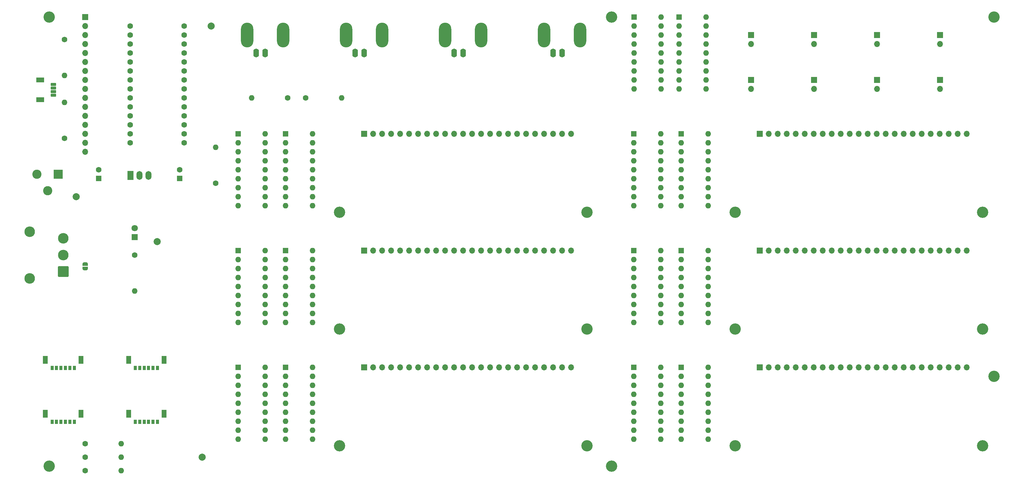
<source format=gbr>
%TF.GenerationSoftware,KiCad,Pcbnew,8.0.7*%
%TF.CreationDate,2024-12-20T12:02:52-05:00*%
%TF.ProjectId,HMS Olfactometer,484d5320-4f6c-4666-9163-746f6d657465,rev?*%
%TF.SameCoordinates,Original*%
%TF.FileFunction,Soldermask,Top*%
%TF.FilePolarity,Negative*%
%FSLAX46Y46*%
G04 Gerber Fmt 4.6, Leading zero omitted, Abs format (unit mm)*
G04 Created by KiCad (PCBNEW 8.0.7) date 2024-12-20 12:02:52*
%MOMM*%
%LPD*%
G01*
G04 APERTURE LIST*
G04 Aperture macros list*
%AMRoundRect*
0 Rectangle with rounded corners*
0 $1 Rounding radius*
0 $2 $3 $4 $5 $6 $7 $8 $9 X,Y pos of 4 corners*
0 Add a 4 corners polygon primitive as box body*
4,1,4,$2,$3,$4,$5,$6,$7,$8,$9,$2,$3,0*
0 Add four circle primitives for the rounded corners*
1,1,$1+$1,$2,$3*
1,1,$1+$1,$4,$5*
1,1,$1+$1,$6,$7*
1,1,$1+$1,$8,$9*
0 Add four rect primitives between the rounded corners*
20,1,$1+$1,$2,$3,$4,$5,0*
20,1,$1+$1,$4,$5,$6,$7,0*
20,1,$1+$1,$6,$7,$8,$9,0*
20,1,$1+$1,$8,$9,$2,$3,0*%
%AMFreePoly0*
4,1,19,0.500000,-0.750000,0.000000,-0.750000,0.000000,-0.744911,-0.071157,-0.744911,-0.207708,-0.704816,-0.327430,-0.627875,-0.420627,-0.520320,-0.479746,-0.390866,-0.500000,-0.250000,-0.500000,0.250000,-0.479746,0.390866,-0.420627,0.520320,-0.327430,0.627875,-0.207708,0.704816,-0.071157,0.744911,0.000000,0.744911,0.000000,0.750000,0.500000,0.750000,0.500000,-0.750000,0.500000,-0.750000,
$1*%
%AMFreePoly1*
4,1,19,0.000000,0.744911,0.071157,0.744911,0.207708,0.704816,0.327430,0.627875,0.420627,0.520320,0.479746,0.390866,0.500000,0.250000,0.500000,-0.250000,0.479746,-0.390866,0.420627,-0.520320,0.327430,-0.627875,0.207708,-0.704816,0.071157,-0.744911,0.000000,-0.744911,0.000000,-0.750000,-0.500000,-0.750000,-0.500000,0.750000,0.000000,0.750000,0.000000,0.744911,0.000000,0.744911,
$1*%
G04 Aperture macros list end*
%ADD10R,1.600000X1.600000*%
%ADD11O,1.600000X1.600000*%
%ADD12R,1.700000X1.700000*%
%ADD13O,1.700000X1.700000*%
%ADD14C,3.200000*%
%ADD15C,1.600000*%
%ADD16R,0.838200X1.295400*%
%ADD17R,1.397000X2.260600*%
%ADD18C,2.000000*%
%ADD19R,2.600000X2.600000*%
%ADD20C,2.600000*%
%ADD21O,1.600000X2.500000*%
%ADD22O,3.500000X7.000000*%
%ADD23FreePoly0,90.000000*%
%ADD24FreePoly1,90.000000*%
%ADD25R,1.800000X1.800000*%
%ADD26C,1.800000*%
%ADD27R,1.700000X2.500000*%
%ADD28O,1.700000X2.500000*%
%ADD29RoundRect,0.102000X1.387500X-1.387500X1.387500X1.387500X-1.387500X1.387500X-1.387500X-1.387500X0*%
%ADD30C,2.979000*%
%ADD31RoundRect,0.101600X-0.674370X0.299720X-0.674370X-0.299720X0.674370X-0.299720X0.674370X0.299720X0*%
%ADD32RoundRect,0.101600X-0.999490X0.599440X-0.999490X-0.599440X0.999490X-0.599440X0.999490X0.599440X0*%
G04 APERTURE END LIST*
D10*
%TO.C,U8*%
X104775000Y-104140000D03*
D11*
X104775000Y-106680000D03*
X104775000Y-109220000D03*
X104775000Y-111760000D03*
X104775000Y-114300000D03*
X104775000Y-116840000D03*
X104775000Y-119380000D03*
X104775000Y-121920000D03*
X104775000Y-124460000D03*
X112395000Y-124460000D03*
X112395000Y-121920000D03*
X112395000Y-119380000D03*
X112395000Y-116840000D03*
X112395000Y-114300000D03*
X112395000Y-111760000D03*
X112395000Y-109220000D03*
X112395000Y-106680000D03*
X112395000Y-104140000D03*
%TD*%
D12*
%TO.C,J8*%
X254000000Y-43180000D03*
D13*
X254000000Y-45720000D03*
%TD*%
D12*
%TO.C,J5*%
X238689000Y-104140000D03*
D13*
X241229000Y-104140000D03*
X243769000Y-104140000D03*
X246309000Y-104140000D03*
X248849000Y-104140000D03*
X251389000Y-104140000D03*
X253929000Y-104140000D03*
X256469000Y-104140000D03*
X259009000Y-104140000D03*
X261549000Y-104140000D03*
X264089000Y-104140000D03*
X266629000Y-104140000D03*
X269169000Y-104140000D03*
X271709000Y-104140000D03*
X274249000Y-104140000D03*
X276789000Y-104140000D03*
X279329000Y-104140000D03*
X281869000Y-104140000D03*
X284409000Y-104140000D03*
X286949000Y-104140000D03*
X289489000Y-104140000D03*
X292029000Y-104140000D03*
X294569000Y-104140000D03*
X297109000Y-104140000D03*
%TD*%
D14*
%TO.C,H10*%
X189865000Y-126365000D03*
%TD*%
D15*
%TO.C,R4*%
X62230000Y-105410000D03*
D11*
X62230000Y-115570000D03*
%TD*%
D15*
%TO.C,R3*%
X48260000Y-166370000D03*
D11*
X58420000Y-166370000D03*
%TD*%
D10*
%TO.C,U14*%
X215900000Y-38100000D03*
D11*
X215900000Y-40640000D03*
X215900000Y-43180000D03*
X215900000Y-45720000D03*
X215900000Y-48260000D03*
X215900000Y-50800000D03*
X215900000Y-53340000D03*
X215900000Y-55880000D03*
X215900000Y-58420000D03*
X223520000Y-58420000D03*
X223520000Y-55880000D03*
X223520000Y-53340000D03*
X223520000Y-50800000D03*
X223520000Y-48260000D03*
X223520000Y-45720000D03*
X223520000Y-43180000D03*
X223520000Y-40640000D03*
X223520000Y-38100000D03*
%TD*%
D16*
%TO.C,J19*%
X62384999Y-152604599D03*
X63634999Y-152604599D03*
X64884999Y-152604599D03*
X66134999Y-152604599D03*
X67384999Y-152604599D03*
X68634999Y-152604599D03*
D17*
X60484998Y-150309600D03*
X70535000Y-150309600D03*
%TD*%
D14*
%TO.C,H4*%
X120015000Y-126365000D03*
%TD*%
D12*
%TO.C,J12*%
X254000000Y-55880000D03*
D13*
X254000000Y-58420000D03*
%TD*%
D14*
%TO.C,H12*%
X189865000Y-93345000D03*
%TD*%
D10*
%TO.C,U10*%
X216464000Y-104140000D03*
D11*
X216464000Y-106680000D03*
X216464000Y-109220000D03*
X216464000Y-111760000D03*
X216464000Y-114300000D03*
X216464000Y-116840000D03*
X216464000Y-119380000D03*
X216464000Y-121920000D03*
X216464000Y-124460000D03*
X224084000Y-124460000D03*
X224084000Y-121920000D03*
X224084000Y-119380000D03*
X224084000Y-116840000D03*
X224084000Y-114300000D03*
X224084000Y-111760000D03*
X224084000Y-109220000D03*
X224084000Y-106680000D03*
X224084000Y-104140000D03*
%TD*%
D10*
%TO.C,U7*%
X203129000Y-71120000D03*
D11*
X203129000Y-73660000D03*
X203129000Y-76200000D03*
X203129000Y-78740000D03*
X203129000Y-81280000D03*
X203129000Y-83820000D03*
X203129000Y-86360000D03*
X203129000Y-88900000D03*
X203129000Y-91440000D03*
X210749000Y-91440000D03*
X210749000Y-88900000D03*
X210749000Y-86360000D03*
X210749000Y-83820000D03*
X210749000Y-81280000D03*
X210749000Y-78740000D03*
X210749000Y-76200000D03*
X210749000Y-73660000D03*
X210749000Y-71120000D03*
%TD*%
D16*
%TO.C,J18*%
X62384999Y-137364599D03*
X63634999Y-137364599D03*
X64884999Y-137364599D03*
X66134999Y-137364599D03*
X67384999Y-137364599D03*
X68634999Y-137364599D03*
D17*
X60484998Y-135069600D03*
X70535000Y-135069600D03*
%TD*%
D14*
%TO.C,H18*%
X196850000Y-38100000D03*
%TD*%
D15*
%TO.C,U1*%
X60960000Y-40640000D03*
X60960000Y-43180000D03*
X60960000Y-45720000D03*
X60960000Y-48260000D03*
X60960000Y-50800000D03*
X60960000Y-53340000D03*
X60960000Y-55880000D03*
X60960000Y-58420000D03*
X60960000Y-60960000D03*
X60960000Y-63500000D03*
X60960000Y-66040000D03*
X60960000Y-68580000D03*
X60960000Y-71120000D03*
X60960000Y-73660000D03*
X76200000Y-73660000D03*
X76200000Y-71120000D03*
X76200000Y-68580000D03*
X76200000Y-66040000D03*
X76200000Y-63500000D03*
X76200000Y-60960000D03*
X76200000Y-58420000D03*
X76200000Y-55880000D03*
X76200000Y-53340000D03*
X76200000Y-50800000D03*
X76200000Y-48260000D03*
X76200000Y-45720000D03*
X76200000Y-43180000D03*
X76200000Y-40640000D03*
%TD*%
D18*
%TO.C,TP4*%
X83820000Y-40640000D03*
%TD*%
D14*
%TO.C,H16*%
X304800000Y-139700000D03*
%TD*%
D19*
%TO.C,J15*%
X40640000Y-82550000D03*
D20*
X34640000Y-82550000D03*
X37640000Y-87250000D03*
%TD*%
D10*
%TO.C,C1*%
X52070000Y-83780000D03*
D15*
X52070000Y-81280000D03*
%TD*%
D21*
%TO.C,J22*%
X154940000Y-48260000D03*
D22*
X149860000Y-43180000D03*
D21*
X152400000Y-48260000D03*
D22*
X160020000Y-43180000D03*
%TD*%
D15*
%TO.C,R2*%
X48260000Y-162560000D03*
D11*
X58420000Y-162560000D03*
%TD*%
D23*
%TO.C,JP1*%
X48260000Y-109220000D03*
D24*
X48260000Y-107920000D03*
%TD*%
D10*
%TO.C,U9*%
X91440000Y-104140000D03*
D11*
X91440000Y-106680000D03*
X91440000Y-109220000D03*
X91440000Y-111760000D03*
X91440000Y-114300000D03*
X91440000Y-116840000D03*
X91440000Y-119380000D03*
X91440000Y-121920000D03*
X91440000Y-124460000D03*
X99060000Y-124460000D03*
X99060000Y-121920000D03*
X99060000Y-119380000D03*
X99060000Y-116840000D03*
X99060000Y-114300000D03*
X99060000Y-111760000D03*
X99060000Y-109220000D03*
X99060000Y-106680000D03*
X99060000Y-104140000D03*
%TD*%
D15*
%TO.C,R16*%
X110490000Y-60960000D03*
D11*
X120650000Y-60960000D03*
%TD*%
D12*
%TO.C,J13*%
X271780000Y-55880000D03*
D13*
X271780000Y-58420000D03*
%TD*%
D12*
%TO.C,J9*%
X271780000Y-43180000D03*
D13*
X271780000Y-45720000D03*
%TD*%
D25*
%TO.C,D1*%
X62230000Y-100330000D03*
D26*
X62230000Y-97790000D03*
%TD*%
D18*
%TO.C,TP2*%
X68580000Y-101600000D03*
%TD*%
D21*
%TO.C,J20*%
X99060000Y-48260000D03*
D22*
X93980000Y-43180000D03*
D21*
X96520000Y-48260000D03*
D22*
X104140000Y-43180000D03*
%TD*%
D14*
%TO.C,H5*%
X231704000Y-126365000D03*
%TD*%
D15*
%TO.C,R7*%
X85090000Y-85090000D03*
D11*
X85090000Y-74930000D03*
%TD*%
D10*
%TO.C,U4*%
X216464000Y-137160000D03*
D11*
X216464000Y-139700000D03*
X216464000Y-142240000D03*
X216464000Y-144780000D03*
X216464000Y-147320000D03*
X216464000Y-149860000D03*
X216464000Y-152400000D03*
X216464000Y-154940000D03*
X216464000Y-157480000D03*
X224084000Y-157480000D03*
X224084000Y-154940000D03*
X224084000Y-152400000D03*
X224084000Y-149860000D03*
X224084000Y-147320000D03*
X224084000Y-144780000D03*
X224084000Y-142240000D03*
X224084000Y-139700000D03*
X224084000Y-137160000D03*
%TD*%
D12*
%TO.C,J4*%
X127000000Y-104140000D03*
D13*
X129540000Y-104140000D03*
X132080000Y-104140000D03*
X134620000Y-104140000D03*
X137160000Y-104140000D03*
X139700000Y-104140000D03*
X142240000Y-104140000D03*
X144780000Y-104140000D03*
X147320000Y-104140000D03*
X149860000Y-104140000D03*
X152400000Y-104140000D03*
X154940000Y-104140000D03*
X157480000Y-104140000D03*
X160020000Y-104140000D03*
X162560000Y-104140000D03*
X165100000Y-104140000D03*
X167640000Y-104140000D03*
X170180000Y-104140000D03*
X172720000Y-104140000D03*
X175260000Y-104140000D03*
X177800000Y-104140000D03*
X180340000Y-104140000D03*
X182880000Y-104140000D03*
X185420000Y-104140000D03*
%TD*%
D27*
%TO.C,U16*%
X61002500Y-82882500D03*
D28*
X63542500Y-82882500D03*
X66082500Y-82882500D03*
%TD*%
D12*
%TO.C,J2*%
X238689000Y-137160000D03*
D13*
X241229000Y-137160000D03*
X243769000Y-137160000D03*
X246309000Y-137160000D03*
X248849000Y-137160000D03*
X251389000Y-137160000D03*
X253929000Y-137160000D03*
X256469000Y-137160000D03*
X259009000Y-137160000D03*
X261549000Y-137160000D03*
X264089000Y-137160000D03*
X266629000Y-137160000D03*
X269169000Y-137160000D03*
X271709000Y-137160000D03*
X274249000Y-137160000D03*
X276789000Y-137160000D03*
X279329000Y-137160000D03*
X281869000Y-137160000D03*
X284409000Y-137160000D03*
X286949000Y-137160000D03*
X289489000Y-137160000D03*
X292029000Y-137160000D03*
X294569000Y-137160000D03*
X297109000Y-137160000D03*
%TD*%
D29*
%TO.C,SW1*%
X42103000Y-110110000D03*
D30*
X42103000Y-105410000D03*
X42103000Y-100710000D03*
X32573000Y-112015000D03*
X32573000Y-98805000D03*
%TD*%
D12*
%TO.C,J11*%
X236220000Y-55880000D03*
D13*
X236220000Y-58420000D03*
%TD*%
D10*
%TO.C,U13*%
X91440000Y-71120000D03*
D11*
X91440000Y-73660000D03*
X91440000Y-76200000D03*
X91440000Y-78740000D03*
X91440000Y-81280000D03*
X91440000Y-83820000D03*
X91440000Y-86360000D03*
X91440000Y-88900000D03*
X91440000Y-91440000D03*
X99060000Y-91440000D03*
X99060000Y-88900000D03*
X99060000Y-86360000D03*
X99060000Y-83820000D03*
X99060000Y-81280000D03*
X99060000Y-78740000D03*
X99060000Y-76200000D03*
X99060000Y-73660000D03*
X99060000Y-71120000D03*
%TD*%
D14*
%TO.C,H9*%
X301554000Y-93345000D03*
%TD*%
%TO.C,H7*%
X189865000Y-159385000D03*
%TD*%
D10*
%TO.C,U2*%
X104775000Y-137160000D03*
D11*
X104775000Y-139700000D03*
X104775000Y-142240000D03*
X104775000Y-144780000D03*
X104775000Y-147320000D03*
X104775000Y-149860000D03*
X104775000Y-152400000D03*
X104775000Y-154940000D03*
X104775000Y-157480000D03*
X112395000Y-157480000D03*
X112395000Y-154940000D03*
X112395000Y-152400000D03*
X112395000Y-149860000D03*
X112395000Y-147320000D03*
X112395000Y-144780000D03*
X112395000Y-142240000D03*
X112395000Y-139700000D03*
X112395000Y-137160000D03*
%TD*%
D31*
%TO.C,J25*%
X39232840Y-57180480D03*
X39232840Y-58181240D03*
X39232840Y-59176920D03*
X39232840Y-60177680D03*
D32*
X35560000Y-61478160D03*
X35560000Y-55880000D03*
%TD*%
D10*
%TO.C,U15*%
X203200000Y-38100000D03*
D11*
X203200000Y-40640000D03*
X203200000Y-43180000D03*
X203200000Y-45720000D03*
X203200000Y-48260000D03*
X203200000Y-50800000D03*
X203200000Y-53340000D03*
X203200000Y-55880000D03*
X203200000Y-58420000D03*
X210820000Y-58420000D03*
X210820000Y-55880000D03*
X210820000Y-53340000D03*
X210820000Y-50800000D03*
X210820000Y-48260000D03*
X210820000Y-45720000D03*
X210820000Y-43180000D03*
X210820000Y-40640000D03*
X210820000Y-38100000D03*
%TD*%
D18*
%TO.C,TP3*%
X81280000Y-162560000D03*
%TD*%
D14*
%TO.C,H8*%
X301554000Y-159385000D03*
%TD*%
D15*
%TO.C,R1*%
X48260000Y-158750000D03*
D11*
X58420000Y-158750000D03*
%TD*%
D10*
%TO.C,U11*%
X203129000Y-104140000D03*
D11*
X203129000Y-106680000D03*
X203129000Y-109220000D03*
X203129000Y-111760000D03*
X203129000Y-114300000D03*
X203129000Y-116840000D03*
X203129000Y-119380000D03*
X203129000Y-121920000D03*
X203129000Y-124460000D03*
X210749000Y-124460000D03*
X210749000Y-121920000D03*
X210749000Y-119380000D03*
X210749000Y-116840000D03*
X210749000Y-114300000D03*
X210749000Y-111760000D03*
X210749000Y-109220000D03*
X210749000Y-106680000D03*
X210749000Y-104140000D03*
%TD*%
D12*
%TO.C,J10*%
X289560000Y-43180000D03*
D13*
X289560000Y-45720000D03*
%TD*%
D10*
%TO.C,U5*%
X203129000Y-137160000D03*
D11*
X203129000Y-139700000D03*
X203129000Y-142240000D03*
X203129000Y-144780000D03*
X203129000Y-147320000D03*
X203129000Y-149860000D03*
X203129000Y-152400000D03*
X203129000Y-154940000D03*
X203129000Y-157480000D03*
X210749000Y-157480000D03*
X210749000Y-154940000D03*
X210749000Y-152400000D03*
X210749000Y-149860000D03*
X210749000Y-147320000D03*
X210749000Y-144780000D03*
X210749000Y-142240000D03*
X210749000Y-139700000D03*
X210749000Y-137160000D03*
%TD*%
D15*
%TO.C,R5*%
X42418000Y-44450000D03*
D11*
X42418000Y-54610000D03*
%TD*%
D10*
%TO.C,U3*%
X91440000Y-137160000D03*
D11*
X91440000Y-139700000D03*
X91440000Y-142240000D03*
X91440000Y-144780000D03*
X91440000Y-147320000D03*
X91440000Y-149860000D03*
X91440000Y-152400000D03*
X91440000Y-154940000D03*
X91440000Y-157480000D03*
X99060000Y-157480000D03*
X99060000Y-154940000D03*
X99060000Y-152400000D03*
X99060000Y-149860000D03*
X99060000Y-147320000D03*
X99060000Y-144780000D03*
X99060000Y-142240000D03*
X99060000Y-139700000D03*
X99060000Y-137160000D03*
%TD*%
D10*
%TO.C,U12*%
X104775000Y-71120000D03*
D11*
X104775000Y-73660000D03*
X104775000Y-76200000D03*
X104775000Y-78740000D03*
X104775000Y-81280000D03*
X104775000Y-83820000D03*
X104775000Y-86360000D03*
X104775000Y-88900000D03*
X104775000Y-91440000D03*
X112395000Y-91440000D03*
X112395000Y-88900000D03*
X112395000Y-86360000D03*
X112395000Y-83820000D03*
X112395000Y-81280000D03*
X112395000Y-78740000D03*
X112395000Y-76200000D03*
X112395000Y-73660000D03*
X112395000Y-71120000D03*
%TD*%
D12*
%TO.C,J6*%
X127000000Y-71120000D03*
D13*
X129540000Y-71120000D03*
X132080000Y-71120000D03*
X134620000Y-71120000D03*
X137160000Y-71120000D03*
X139700000Y-71120000D03*
X142240000Y-71120000D03*
X144780000Y-71120000D03*
X147320000Y-71120000D03*
X149860000Y-71120000D03*
X152400000Y-71120000D03*
X154940000Y-71120000D03*
X157480000Y-71120000D03*
X160020000Y-71120000D03*
X162560000Y-71120000D03*
X165100000Y-71120000D03*
X167640000Y-71120000D03*
X170180000Y-71120000D03*
X172720000Y-71120000D03*
X175260000Y-71120000D03*
X177800000Y-71120000D03*
X180340000Y-71120000D03*
X182880000Y-71120000D03*
X185420000Y-71120000D03*
%TD*%
D12*
%TO.C,J14*%
X289560000Y-55880000D03*
D13*
X289560000Y-58420000D03*
%TD*%
D21*
%TO.C,J21*%
X127000000Y-48260000D03*
D22*
X121920000Y-43180000D03*
D21*
X124460000Y-48260000D03*
D22*
X132080000Y-43180000D03*
%TD*%
D14*
%TO.C,H3*%
X231704000Y-93345000D03*
%TD*%
%TO.C,H14*%
X38100000Y-165100000D03*
%TD*%
%TO.C,H13*%
X38100000Y-38100000D03*
%TD*%
D10*
%TO.C,U6*%
X216464000Y-71120000D03*
D11*
X216464000Y-73660000D03*
X216464000Y-76200000D03*
X216464000Y-78740000D03*
X216464000Y-81280000D03*
X216464000Y-83820000D03*
X216464000Y-86360000D03*
X216464000Y-88900000D03*
X216464000Y-91440000D03*
X224084000Y-91440000D03*
X224084000Y-88900000D03*
X224084000Y-86360000D03*
X224084000Y-83820000D03*
X224084000Y-81280000D03*
X224084000Y-78740000D03*
X224084000Y-76200000D03*
X224084000Y-73660000D03*
X224084000Y-71120000D03*
%TD*%
D16*
%TO.C,J16*%
X38907001Y-137364599D03*
X40157001Y-137364599D03*
X41407001Y-137364599D03*
X42657001Y-137364599D03*
X43907001Y-137364599D03*
X45157001Y-137364599D03*
D17*
X37007000Y-135069600D03*
X47057002Y-135069600D03*
%TD*%
D15*
%TO.C,R6*%
X42418000Y-72390000D03*
D11*
X42418000Y-62230000D03*
%TD*%
D12*
%TO.C,J7*%
X236220000Y-43180000D03*
D13*
X236220000Y-45720000D03*
%TD*%
D14*
%TO.C,H2*%
X231704000Y-159385000D03*
%TD*%
D18*
%TO.C,TP1*%
X45720000Y-88900000D03*
%TD*%
D14*
%TO.C,H6*%
X120015000Y-93345000D03*
%TD*%
D12*
%TO.C,J24*%
X48260000Y-38100000D03*
D13*
X48260000Y-40640000D03*
X48260000Y-43180000D03*
X48260000Y-45720000D03*
X48260000Y-48260000D03*
X48260000Y-50800000D03*
X48260000Y-53340000D03*
X48260000Y-55880000D03*
X48260000Y-58420000D03*
X48260000Y-60960000D03*
X48260000Y-63500000D03*
X48260000Y-66040000D03*
X48260000Y-68580000D03*
X48260000Y-71120000D03*
X48260000Y-73660000D03*
X48260000Y-76200000D03*
%TD*%
D12*
%TO.C,J3*%
X238689000Y-71120000D03*
D13*
X241229000Y-71120000D03*
X243769000Y-71120000D03*
X246309000Y-71120000D03*
X248849000Y-71120000D03*
X251389000Y-71120000D03*
X253929000Y-71120000D03*
X256469000Y-71120000D03*
X259009000Y-71120000D03*
X261549000Y-71120000D03*
X264089000Y-71120000D03*
X266629000Y-71120000D03*
X269169000Y-71120000D03*
X271709000Y-71120000D03*
X274249000Y-71120000D03*
X276789000Y-71120000D03*
X279329000Y-71120000D03*
X281869000Y-71120000D03*
X284409000Y-71120000D03*
X286949000Y-71120000D03*
X289489000Y-71120000D03*
X292029000Y-71120000D03*
X294569000Y-71120000D03*
X297109000Y-71120000D03*
%TD*%
D14*
%TO.C,H11*%
X301554000Y-126365000D03*
%TD*%
D21*
%TO.C,J23*%
X182880000Y-48260000D03*
D22*
X177800000Y-43180000D03*
D21*
X180340000Y-48260000D03*
D22*
X187960000Y-43180000D03*
%TD*%
D15*
%TO.C,R8*%
X105410000Y-60960000D03*
D11*
X95250000Y-60960000D03*
%TD*%
D14*
%TO.C,H15*%
X304800000Y-38100000D03*
%TD*%
D10*
%TO.C,C2*%
X74930000Y-83780000D03*
D15*
X74930000Y-81280000D03*
%TD*%
D14*
%TO.C,H1*%
X120015000Y-159385000D03*
%TD*%
D12*
%TO.C,J1*%
X127000000Y-137160000D03*
D13*
X129540000Y-137160000D03*
X132080000Y-137160000D03*
X134620000Y-137160000D03*
X137160000Y-137160000D03*
X139700000Y-137160000D03*
X142240000Y-137160000D03*
X144780000Y-137160000D03*
X147320000Y-137160000D03*
X149860000Y-137160000D03*
X152400000Y-137160000D03*
X154940000Y-137160000D03*
X157480000Y-137160000D03*
X160020000Y-137160000D03*
X162560000Y-137160000D03*
X165100000Y-137160000D03*
X167640000Y-137160000D03*
X170180000Y-137160000D03*
X172720000Y-137160000D03*
X175260000Y-137160000D03*
X177800000Y-137160000D03*
X180340000Y-137160000D03*
X182880000Y-137160000D03*
X185420000Y-137160000D03*
%TD*%
D16*
%TO.C,J17*%
X38907001Y-152604599D03*
X40157001Y-152604599D03*
X41407001Y-152604599D03*
X42657001Y-152604599D03*
X43907001Y-152604599D03*
X45157001Y-152604599D03*
D17*
X37007000Y-150309600D03*
X47057002Y-150309600D03*
%TD*%
D14*
%TO.C,H17*%
X196850000Y-165100000D03*
%TD*%
M02*

</source>
